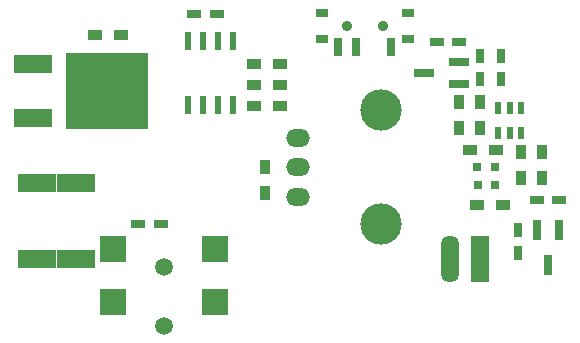
<source format=gbr>
G04 #@! TF.FileFunction,Soldermask,Top*
%FSLAX46Y46*%
G04 Gerber Fmt 4.6, Leading zero omitted, Abs format (unit mm)*
G04 Created by KiCad (PCBNEW (2015-09-30 BZR 6232)-product) date Tue 06 Oct 2015 09:20:13 AM EEST*
%MOMM*%
G01*
G04 APERTURE LIST*
%ADD10C,0.100000*%
%ADD11R,0.797560X0.797560*%
%ADD12R,1.524000X4.000000*%
%ADD13O,1.524000X4.000000*%
%ADD14O,2.000000X1.500000*%
%ADD15C,3.500000*%
%ADD16R,1.200000X0.750000*%
%ADD17R,1.800860X0.800100*%
%ADD18R,0.750000X1.200000*%
%ADD19R,0.800100X1.800860*%
%ADD20R,3.200400X1.600200*%
%ADD21R,7.000240X6.499860*%
%ADD22R,2.200000X2.200000*%
%ADD23C,1.500000*%
%ADD24R,1.200000X0.900000*%
%ADD25R,0.900000X1.200000*%
%ADD26R,0.600000X1.550000*%
%ADD27R,3.175000X1.600200*%
%ADD28C,0.900000*%
%ADD29R,0.700000X1.500000*%
%ADD30R,1.000000X0.800000*%
%ADD31R,0.599440X1.000760*%
G04 APERTURE END LIST*
D10*
D11*
X150250700Y-85200000D03*
X151749300Y-85200000D03*
D12*
X150520000Y-93000000D03*
D13*
X147980000Y-93000000D03*
D14*
X135100000Y-82700000D03*
X135100000Y-85200000D03*
X135100000Y-87700000D03*
D15*
X142100000Y-80400000D03*
X142100000Y-90000000D03*
D16*
X148723662Y-74612874D03*
X146823662Y-74612874D03*
D17*
X148751140Y-78200000D03*
X148751140Y-76300000D03*
X145748860Y-77250000D03*
D18*
X150500000Y-77700000D03*
X150500000Y-75800000D03*
D16*
X157200000Y-88000000D03*
X155300000Y-88000000D03*
D18*
X153750000Y-90550000D03*
X153750000Y-92450000D03*
D19*
X157200000Y-90498860D03*
X155300000Y-90498860D03*
X156250000Y-93501140D03*
D20*
X112625800Y-76448760D03*
X112625800Y-81051240D03*
D21*
X118874200Y-78750000D03*
D22*
X128050000Y-96650000D03*
X128050000Y-92150000D03*
X119450000Y-92150000D03*
X119450000Y-96650000D03*
D23*
X123750000Y-98650000D03*
X123750000Y-93650000D03*
D11*
X150300700Y-86750000D03*
X151799300Y-86750000D03*
D24*
X131400000Y-80000000D03*
X133600000Y-80000000D03*
D25*
X132250000Y-85150000D03*
X132250000Y-87350000D03*
D24*
X131400000Y-78250000D03*
X133600000Y-78250000D03*
X120100000Y-74000000D03*
X117900000Y-74000000D03*
D16*
X128200000Y-72250000D03*
X126300000Y-72250000D03*
D24*
X152450000Y-88400000D03*
X150250000Y-88400000D03*
D26*
X125745000Y-79900000D03*
X127015000Y-79900000D03*
X128285000Y-79900000D03*
X129555000Y-79900000D03*
X129555000Y-74500000D03*
X128285000Y-74500000D03*
X127015000Y-74500000D03*
X125745000Y-74500000D03*
D16*
X121550000Y-90000000D03*
X123450000Y-90000000D03*
D27*
X116250000Y-86562300D03*
X116250000Y-92937700D03*
X113000000Y-86562300D03*
X113000000Y-92937700D03*
D24*
X131400000Y-76500000D03*
X133600000Y-76500000D03*
D25*
X154000000Y-86100000D03*
X154000000Y-83900000D03*
X155750000Y-83900000D03*
X155750000Y-86100000D03*
X148750000Y-81850000D03*
X148750000Y-79650000D03*
X150500000Y-79650000D03*
X150500000Y-81850000D03*
D24*
X151850000Y-83750000D03*
X149650000Y-83750000D03*
D28*
X142250000Y-73250000D03*
X139250000Y-73250000D03*
D29*
X143000000Y-75000000D03*
X140000000Y-75000000D03*
X138500000Y-75000000D03*
D30*
X144400000Y-72150000D03*
X137100000Y-72150000D03*
X137100000Y-74350000D03*
X144400000Y-74350000D03*
D31*
X152047500Y-82306640D03*
X153952500Y-82306640D03*
X153000000Y-82306640D03*
X153952500Y-80193360D03*
X152047500Y-80193360D03*
X153000000Y-80193360D03*
D18*
X152250000Y-77700000D03*
X152250000Y-75800000D03*
M02*

</source>
